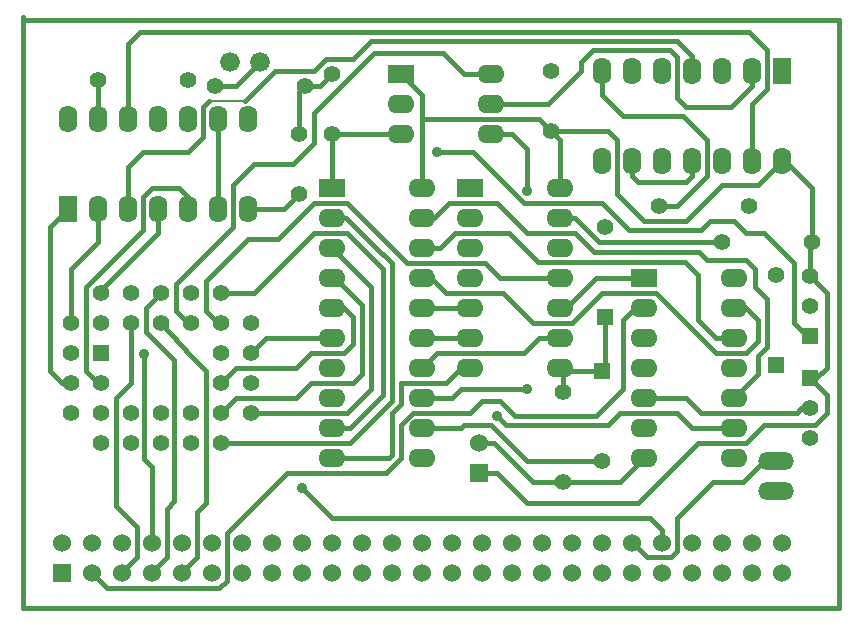
<source format=gtl>
G04 (created by PCBNEW-RS274X (2011-07-08 BZR 3044)-stable) date 03/02/2013 11:15:01*
G01*
G70*
G90*
%MOIN*%
G04 Gerber Fmt 3.4, Leading zero omitted, Abs format*
%FSLAX34Y34*%
G04 APERTURE LIST*
%ADD10C,0.006000*%
%ADD11C,0.015000*%
%ADD12C,0.055000*%
%ADD13R,0.062000X0.090000*%
%ADD14O,0.062000X0.090000*%
%ADD15R,0.055000X0.055000*%
%ADD16R,0.090000X0.062000*%
%ADD17O,0.090000X0.062000*%
%ADD18O,0.118700X0.059300*%
%ADD19C,0.066000*%
%ADD20R,0.060000X0.060000*%
%ADD21C,0.060000*%
%ADD22C,0.035000*%
%ADD23C,0.008000*%
G04 APERTURE END LIST*
G54D10*
G54D11*
X07000Y-08100D02*
X07000Y-08000D01*
X34200Y-08100D02*
X07000Y-08100D01*
X34200Y-27700D02*
X34200Y-08100D01*
X07000Y-27700D02*
X34200Y-27700D01*
X07000Y-08100D02*
X07000Y-27700D01*
G54D12*
X16200Y-11900D03*
X16200Y-13900D03*
X17300Y-09900D03*
X17300Y-11900D03*
X24600Y-11800D03*
X24600Y-09800D03*
G54D13*
X08500Y-14400D03*
G54D14*
X09500Y-14400D03*
X10500Y-14400D03*
X11500Y-14400D03*
X12500Y-14400D03*
X13500Y-14400D03*
X14500Y-14400D03*
X14500Y-11400D03*
X13500Y-11400D03*
X12500Y-11400D03*
X11500Y-11400D03*
X10500Y-11400D03*
X09500Y-11400D03*
X08500Y-11400D03*
G54D12*
X25000Y-20500D03*
X25000Y-23500D03*
G54D15*
X33250Y-20050D03*
G54D12*
X33250Y-21050D03*
X33250Y-22050D03*
G54D15*
X33250Y-18650D03*
G54D12*
X33250Y-17650D03*
X33250Y-16650D03*
X16400Y-10300D03*
X13400Y-10300D03*
X12500Y-10100D03*
X09500Y-10100D03*
X30300Y-15500D03*
X33300Y-15500D03*
G54D16*
X19600Y-09900D03*
G54D17*
X19600Y-10900D03*
X19600Y-11900D03*
X22600Y-11900D03*
X22600Y-10900D03*
X22600Y-09900D03*
G54D16*
X27700Y-16700D03*
G54D17*
X27700Y-17700D03*
X27700Y-18700D03*
X27700Y-19700D03*
X27700Y-20700D03*
X27700Y-21700D03*
X27700Y-22700D03*
X30700Y-22700D03*
X30700Y-21700D03*
X30700Y-20700D03*
X30700Y-19700D03*
X30700Y-18700D03*
X30700Y-17700D03*
X30700Y-16700D03*
G54D15*
X09600Y-19200D03*
G54D12*
X08600Y-20200D03*
X09600Y-20200D03*
X08600Y-21200D03*
X09600Y-22200D03*
X09600Y-21200D03*
X10600Y-22200D03*
X10600Y-21200D03*
X11600Y-22200D03*
X11600Y-21200D03*
X12600Y-22200D03*
X12600Y-21200D03*
X13600Y-22200D03*
X14600Y-21200D03*
X13600Y-21200D03*
X14600Y-20200D03*
X13600Y-20200D03*
X14600Y-19200D03*
X13600Y-19200D03*
X14600Y-18200D03*
X13600Y-17200D03*
X13600Y-18200D03*
X12600Y-17200D03*
X12600Y-18200D03*
X11600Y-17200D03*
X11600Y-18200D03*
X10600Y-17200D03*
X10600Y-18200D03*
X09600Y-18200D03*
X08600Y-19200D03*
X09600Y-17200D03*
X08600Y-18200D03*
G54D13*
X32300Y-09800D03*
G54D14*
X31300Y-09800D03*
X30300Y-09800D03*
X29300Y-09800D03*
X28300Y-09800D03*
X27300Y-09800D03*
X26300Y-09800D03*
X26300Y-12800D03*
X27300Y-12800D03*
X28300Y-12800D03*
X29300Y-12800D03*
X30300Y-12800D03*
X31300Y-12800D03*
X32300Y-12800D03*
G54D16*
X21900Y-13700D03*
G54D17*
X21900Y-14700D03*
X21900Y-15700D03*
X21900Y-16700D03*
X21900Y-17700D03*
X21900Y-18700D03*
X21900Y-19700D03*
X24900Y-19700D03*
X24900Y-18700D03*
X24900Y-17700D03*
X24900Y-16700D03*
X24900Y-15700D03*
X24900Y-14700D03*
X24900Y-13700D03*
G54D16*
X17300Y-13700D03*
G54D17*
X17300Y-14700D03*
X17300Y-15700D03*
X17300Y-16700D03*
X17300Y-17700D03*
X17300Y-18700D03*
X17300Y-19700D03*
X17300Y-20700D03*
X17300Y-21700D03*
X17300Y-22700D03*
X20300Y-22700D03*
X20300Y-21700D03*
X20300Y-20700D03*
X20300Y-19700D03*
X20300Y-18700D03*
X20300Y-17700D03*
X20300Y-16700D03*
X20300Y-15700D03*
X20300Y-14700D03*
X20300Y-13700D03*
G54D18*
X32100Y-22800D03*
X32100Y-23800D03*
G54D19*
X14900Y-09500D03*
X13900Y-09500D03*
G54D12*
X31200Y-14300D03*
X28200Y-14300D03*
G54D20*
X08294Y-26531D03*
G54D21*
X08294Y-25531D03*
X09294Y-26531D03*
X09294Y-25531D03*
X10294Y-26531D03*
X10294Y-25531D03*
X11294Y-26531D03*
X11294Y-25531D03*
X12294Y-26531D03*
X12294Y-25531D03*
X13294Y-26531D03*
X13294Y-25531D03*
X14294Y-26531D03*
X14294Y-25531D03*
X15294Y-26531D03*
X15294Y-25531D03*
X16294Y-26531D03*
X16294Y-25531D03*
X17294Y-26531D03*
X17294Y-25531D03*
X18294Y-26531D03*
X18294Y-25531D03*
X19294Y-26531D03*
X19294Y-25531D03*
X20294Y-26531D03*
X20294Y-25531D03*
X21294Y-26531D03*
X21294Y-25531D03*
X22294Y-26531D03*
X22294Y-25531D03*
X23294Y-26531D03*
X23294Y-25531D03*
X24294Y-26531D03*
X24294Y-25531D03*
X25294Y-26531D03*
X25294Y-25531D03*
X26294Y-26531D03*
X26294Y-25531D03*
X27294Y-26531D03*
X27294Y-25531D03*
X28294Y-26531D03*
X28294Y-25531D03*
X29294Y-26531D03*
X29294Y-25531D03*
X30294Y-26531D03*
X30294Y-25531D03*
X31294Y-26531D03*
X31294Y-25531D03*
X32294Y-26531D03*
X32294Y-25531D03*
G54D20*
X22200Y-23200D03*
G54D21*
X22200Y-22200D03*
G54D15*
X26300Y-19800D03*
G54D12*
X26300Y-22800D03*
G54D15*
X32100Y-19600D03*
G54D12*
X32100Y-16600D03*
G54D15*
X26400Y-18000D03*
G54D12*
X26400Y-15000D03*
G54D22*
X11050Y-19250D03*
X23800Y-20400D03*
X23800Y-13800D03*
X20800Y-12500D03*
X22800Y-21300D03*
X16300Y-23700D03*
G54D11*
X16300Y-14600D02*
X16300Y-14600D01*
X22900Y-16700D02*
X22400Y-16200D01*
X22400Y-16200D02*
X20900Y-16200D01*
X24900Y-16700D02*
X22900Y-16700D01*
X13500Y-18200D02*
X13100Y-17800D01*
X13100Y-17800D02*
X13100Y-16800D01*
X13100Y-16800D02*
X14500Y-15400D01*
X14500Y-15400D02*
X15500Y-15400D01*
X15500Y-15400D02*
X16300Y-14600D01*
X13500Y-18200D02*
X13600Y-18200D01*
X19800Y-16200D02*
X20900Y-16200D01*
X17800Y-14200D02*
X19800Y-16200D01*
X16700Y-14200D02*
X17800Y-14200D01*
X16300Y-14600D02*
X16700Y-14200D01*
X11050Y-22750D02*
X11050Y-19250D01*
X11294Y-25531D02*
X11294Y-22994D01*
X11294Y-22994D02*
X11050Y-22750D01*
X11600Y-17200D02*
X11100Y-17700D01*
X11294Y-26531D02*
X11294Y-26506D01*
X12050Y-19450D02*
X12050Y-24150D01*
X11100Y-17800D02*
X11100Y-18500D01*
X11800Y-26000D02*
X11800Y-24400D01*
X11294Y-26506D02*
X11800Y-26000D01*
X11100Y-18500D02*
X12050Y-19450D01*
X11100Y-17700D02*
X11100Y-17800D01*
X12050Y-24150D02*
X11800Y-24400D01*
X10294Y-26531D02*
X10294Y-26506D01*
X10100Y-20700D02*
X10100Y-24300D01*
X10100Y-24300D02*
X10750Y-24950D01*
X10600Y-20200D02*
X10600Y-18200D01*
X10800Y-25000D02*
X10750Y-24950D01*
X10600Y-20200D02*
X10100Y-20700D01*
X10800Y-26000D02*
X10800Y-25000D01*
X10294Y-26506D02*
X10800Y-26000D01*
X22300Y-20800D02*
X22900Y-20800D01*
X23400Y-21300D02*
X26100Y-21300D01*
X19600Y-21600D02*
X19600Y-22700D01*
X22300Y-20800D02*
X21900Y-21200D01*
X19400Y-22900D02*
X19600Y-22700D01*
X22900Y-20800D02*
X23400Y-21300D01*
X26100Y-21300D02*
X26500Y-20900D01*
X21900Y-21200D02*
X20000Y-21200D01*
X20000Y-21200D02*
X19600Y-21600D01*
X27000Y-20400D02*
X26500Y-20900D01*
X27400Y-17700D02*
X27700Y-17700D01*
X27000Y-18100D02*
X27000Y-20400D01*
X27400Y-17700D02*
X27000Y-18100D01*
G54D23*
X19100Y-23200D02*
X15800Y-23200D01*
X19500Y-22800D02*
X19100Y-23200D01*
G54D11*
X09813Y-27050D02*
X09294Y-26531D01*
X19500Y-22800D02*
X19400Y-22900D01*
X13500Y-27050D02*
X13550Y-27050D01*
X13800Y-25200D02*
X13800Y-26800D01*
X15800Y-23200D02*
X13800Y-25200D01*
X19000Y-23200D02*
X15800Y-23200D01*
X19100Y-23200D02*
X19000Y-23200D01*
X19400Y-22900D02*
X19100Y-23200D01*
X13550Y-27050D02*
X13800Y-26800D01*
X13500Y-27050D02*
X09813Y-27050D01*
X13100Y-19800D02*
X13100Y-24200D01*
X12294Y-26506D02*
X12800Y-26000D01*
X12800Y-24500D02*
X13100Y-24200D01*
X12800Y-26000D02*
X12800Y-24500D01*
X12294Y-26531D02*
X12294Y-26506D01*
X12600Y-19300D02*
X13100Y-19800D01*
X11600Y-18200D02*
X12600Y-19300D01*
X27800Y-26000D02*
X28600Y-26000D01*
X27294Y-25531D02*
X27331Y-25531D01*
X30000Y-23500D02*
X31000Y-23500D01*
X28600Y-26000D02*
X28800Y-25800D01*
X31000Y-23500D02*
X31700Y-22800D01*
X28800Y-24700D02*
X30000Y-23500D01*
X28800Y-25800D02*
X28800Y-24700D01*
X27331Y-25531D02*
X27800Y-26000D01*
X31700Y-22800D02*
X32100Y-22800D01*
X19297Y-17003D02*
X19297Y-17000D01*
X19297Y-16197D02*
X19000Y-15900D01*
X17800Y-22200D02*
X13600Y-22200D01*
X17300Y-14700D02*
X17768Y-14700D01*
X19000Y-15932D02*
X17768Y-14700D01*
X19297Y-20803D02*
X19297Y-17003D01*
X19297Y-17000D02*
X19297Y-16197D01*
X17900Y-22200D02*
X19297Y-20803D01*
X19000Y-15900D02*
X19000Y-15932D01*
X17800Y-22200D02*
X17900Y-22200D01*
X17900Y-21100D02*
X18600Y-20400D01*
X17800Y-21200D02*
X17900Y-21100D01*
X17300Y-15700D02*
X18000Y-16400D01*
X18000Y-16400D02*
X18000Y-16400D01*
X18600Y-20400D02*
X18600Y-17000D01*
X14600Y-21200D02*
X17800Y-21200D01*
X18000Y-16400D02*
X18600Y-17000D01*
X16600Y-20200D02*
X16100Y-20700D01*
X18000Y-20200D02*
X18300Y-19900D01*
X18000Y-20200D02*
X16600Y-20200D01*
X17300Y-16700D02*
X17400Y-16700D01*
X14100Y-20700D02*
X13600Y-21200D01*
X17400Y-16700D02*
X18300Y-17600D01*
X16100Y-20700D02*
X14100Y-20700D01*
X18300Y-19900D02*
X18300Y-17600D01*
X18000Y-18000D02*
X18000Y-18900D01*
X14100Y-19700D02*
X13600Y-20200D01*
X18000Y-18900D02*
X17700Y-19200D01*
X17300Y-17700D02*
X17700Y-17700D01*
X17700Y-17700D02*
X18000Y-18000D01*
X16100Y-19700D02*
X14100Y-19700D01*
X17700Y-19200D02*
X16600Y-19200D01*
X16600Y-19200D02*
X16100Y-19700D01*
X17300Y-18700D02*
X15100Y-18700D01*
X15100Y-18700D02*
X14600Y-19200D01*
X19000Y-16400D02*
X18700Y-16100D01*
X16700Y-15200D02*
X16300Y-15600D01*
X18700Y-16100D02*
X18700Y-16100D01*
X16300Y-15600D02*
X14700Y-17200D01*
X17800Y-15200D02*
X16700Y-15200D01*
X18300Y-15700D02*
X18700Y-16100D01*
G54D23*
X16300Y-15600D02*
X16300Y-15600D01*
G54D11*
X13600Y-17200D02*
X14700Y-17200D01*
X17900Y-21700D02*
X19000Y-20600D01*
X17300Y-21700D02*
X17900Y-21700D01*
X17800Y-15200D02*
X18300Y-15700D01*
X19000Y-20600D02*
X19000Y-16400D01*
X22800Y-14200D02*
X23800Y-15200D01*
X21200Y-14200D02*
X22800Y-14200D01*
X31500Y-19900D02*
X31500Y-19300D01*
X31300Y-20100D02*
X31500Y-19900D01*
X31100Y-16100D02*
X30800Y-16100D01*
X20300Y-14700D02*
X20700Y-14700D01*
X25400Y-15200D02*
X26050Y-15850D01*
X23800Y-15200D02*
X24600Y-15200D01*
X31500Y-19300D02*
X31800Y-19000D01*
X29550Y-15850D02*
X26050Y-15850D01*
X29800Y-16100D02*
X29550Y-15850D01*
X30800Y-16100D02*
X29800Y-16100D01*
X31400Y-17000D02*
X31400Y-16400D01*
X31800Y-17400D02*
X31400Y-17000D01*
X31800Y-19000D02*
X31800Y-17400D01*
X31300Y-20100D02*
X31400Y-20000D01*
X31200Y-20200D02*
X30700Y-20700D01*
X31200Y-20200D02*
X31300Y-20100D01*
X20700Y-14700D02*
X21200Y-14200D01*
X09600Y-17100D02*
X11500Y-15200D01*
X09600Y-17200D02*
X09600Y-17100D01*
X11500Y-14400D02*
X11500Y-15200D01*
X24600Y-15200D02*
X25400Y-15200D01*
X31400Y-16400D02*
X31100Y-16100D01*
X30700Y-18700D02*
X30100Y-18700D01*
X29082Y-16182D02*
X28182Y-16182D01*
X29500Y-16600D02*
X29082Y-16182D01*
X29500Y-18100D02*
X29500Y-16600D01*
X30100Y-18700D02*
X29500Y-18100D01*
X21400Y-15200D02*
X23200Y-15200D01*
X20300Y-15700D02*
X20900Y-15700D01*
X24182Y-16182D02*
X28182Y-16182D01*
X20900Y-15700D02*
X21400Y-15200D01*
X23200Y-15200D02*
X24182Y-16182D01*
X20550Y-15750D02*
X20300Y-15700D01*
X09600Y-20200D02*
X09500Y-20200D01*
X10500Y-15600D02*
X09100Y-17000D01*
X09500Y-20200D02*
X09100Y-19800D01*
X09100Y-19800D02*
X09100Y-17000D01*
X10500Y-15600D02*
X11000Y-15100D01*
X11300Y-13700D02*
X11000Y-14000D01*
X11000Y-15100D02*
X11000Y-14000D01*
X12500Y-14000D02*
X12200Y-13700D01*
X12200Y-13700D02*
X11300Y-13700D01*
X12500Y-14400D02*
X12500Y-14000D01*
G54D23*
X10500Y-15600D02*
X10500Y-15600D01*
G54D11*
X25900Y-17600D02*
X26300Y-17200D01*
X20300Y-16700D02*
X20600Y-16700D01*
X31100Y-17700D02*
X31500Y-18100D01*
X26300Y-17200D02*
X28100Y-17200D01*
X28100Y-17200D02*
X28800Y-17900D01*
X31100Y-17700D02*
X30700Y-17700D01*
X30100Y-19200D02*
X28800Y-17900D01*
X31100Y-19200D02*
X30100Y-19200D01*
X31500Y-18800D02*
X31100Y-19200D01*
X31500Y-18100D02*
X31500Y-18800D01*
X25300Y-18200D02*
X25900Y-17600D01*
X24000Y-18200D02*
X25300Y-18200D01*
X23000Y-17200D02*
X24000Y-18200D01*
X21100Y-17200D02*
X23000Y-17200D01*
X20600Y-16700D02*
X21100Y-17200D01*
X08600Y-20200D02*
X08300Y-20200D01*
X08300Y-20200D02*
X07900Y-19800D01*
X07900Y-19800D02*
X07900Y-18000D01*
G54D23*
X30700Y-17700D02*
X30700Y-17700D01*
G54D11*
X08500Y-14400D02*
X07900Y-15000D01*
X07900Y-15000D02*
X07900Y-18000D01*
G54D23*
X07900Y-18500D02*
X07900Y-18700D01*
X07900Y-19800D02*
X07900Y-18500D01*
G54D11*
X30700Y-17700D02*
X30600Y-17700D01*
G54D23*
X07900Y-18000D02*
X07900Y-18500D01*
G54D11*
X08600Y-18200D02*
X08600Y-16400D01*
X09500Y-14400D02*
X09500Y-15500D01*
X21900Y-17700D02*
X20300Y-17700D01*
X08600Y-16400D02*
X09500Y-15500D01*
X20300Y-18700D02*
X21900Y-18700D01*
X20800Y-19200D02*
X20300Y-19700D01*
X23700Y-19200D02*
X20800Y-19200D01*
X24900Y-18700D02*
X24200Y-18700D01*
X24200Y-18700D02*
X23700Y-19200D01*
X21600Y-20400D02*
X23800Y-20400D01*
X20300Y-20700D02*
X21300Y-20700D01*
X21300Y-20700D02*
X21600Y-20400D01*
X21600Y-20400D02*
X21400Y-20600D01*
X21600Y-21700D02*
X21700Y-21600D01*
X20300Y-21700D02*
X21600Y-21700D01*
X23800Y-22800D02*
X26300Y-22800D01*
X22600Y-21600D02*
X23800Y-22800D01*
X21700Y-21600D02*
X22600Y-21600D01*
X32950Y-21050D02*
X32800Y-21200D01*
X27700Y-20700D02*
X29100Y-20700D01*
X29100Y-20700D02*
X29600Y-21200D01*
X33250Y-21050D02*
X32950Y-21050D01*
X29600Y-21200D02*
X30400Y-21200D01*
X30400Y-21200D02*
X32800Y-21200D01*
X25600Y-09500D02*
X26000Y-09100D01*
X26000Y-09100D02*
X28570Y-09100D01*
X22600Y-10900D02*
X24500Y-10900D01*
X28570Y-09100D02*
X28800Y-09330D01*
X25600Y-09800D02*
X25600Y-09500D01*
X29100Y-11000D02*
X30600Y-11000D01*
X28800Y-09330D02*
X28800Y-10700D01*
X24500Y-10900D02*
X25600Y-09800D01*
X30600Y-11000D02*
X31300Y-10300D01*
X28800Y-10700D02*
X29100Y-11000D01*
X31300Y-10300D02*
X31300Y-09800D01*
X25000Y-23500D02*
X26900Y-23500D01*
X26900Y-23500D02*
X27700Y-22700D01*
X22200Y-22200D02*
X22700Y-22200D01*
X24000Y-23500D02*
X25000Y-23500D01*
X22700Y-22200D02*
X24000Y-23500D01*
X17300Y-11900D02*
X19600Y-11900D01*
X14500Y-14400D02*
X15700Y-14400D01*
X15700Y-14400D02*
X16200Y-13900D01*
X19203Y-22700D02*
X17300Y-22700D01*
X19600Y-20900D02*
X19300Y-21200D01*
X19203Y-22700D02*
X19300Y-22603D01*
X19300Y-22603D02*
X19300Y-21200D01*
X21900Y-19700D02*
X21600Y-19700D01*
X21100Y-20200D02*
X19600Y-20200D01*
X21600Y-19700D02*
X21100Y-20200D01*
X28200Y-14300D02*
X28800Y-14300D01*
X26300Y-10600D02*
X26300Y-09800D01*
X27000Y-11300D02*
X26300Y-10600D01*
X29000Y-11300D02*
X27000Y-11300D01*
X29800Y-12100D02*
X29000Y-11300D01*
X29800Y-13300D02*
X29800Y-12100D01*
X28800Y-14300D02*
X29800Y-13300D01*
X26300Y-09800D02*
X26300Y-10000D01*
X17300Y-13700D02*
X17300Y-11900D01*
X19600Y-20200D02*
X19600Y-20900D01*
X23800Y-13800D02*
X23800Y-12400D01*
X23300Y-11900D02*
X22600Y-11900D01*
X23800Y-12400D02*
X23300Y-11900D01*
X24900Y-14700D02*
X25400Y-14700D01*
X26200Y-15500D02*
X27900Y-15500D01*
X25400Y-14700D02*
X26200Y-15500D01*
X28100Y-15500D02*
X27900Y-15500D01*
X30300Y-15500D02*
X28100Y-15500D01*
X24900Y-17700D02*
X25100Y-17700D01*
X25100Y-17700D02*
X26100Y-16700D01*
X26400Y-16700D02*
X26100Y-16700D01*
X26100Y-16700D02*
X25100Y-17700D01*
X27700Y-16700D02*
X26400Y-16700D01*
X26300Y-19800D02*
X25000Y-19800D01*
X25000Y-19800D02*
X24900Y-19700D01*
X26400Y-18000D02*
X26400Y-19700D01*
X26400Y-19700D02*
X26300Y-19800D01*
X25000Y-19800D02*
X24900Y-19700D01*
X25000Y-20500D02*
X25000Y-19800D01*
X29100Y-13500D02*
X29300Y-13300D01*
X29300Y-13300D02*
X29300Y-12800D01*
X27300Y-13300D02*
X27500Y-13500D01*
X27500Y-13500D02*
X29100Y-13500D01*
X27300Y-12800D02*
X27300Y-13300D01*
X32500Y-16000D02*
X31700Y-15200D01*
X31700Y-15200D02*
X31100Y-15200D01*
X33150Y-18650D02*
X32800Y-18300D01*
X33250Y-18650D02*
X33150Y-18650D01*
X29600Y-15100D02*
X29900Y-14800D01*
X27200Y-15100D02*
X29600Y-15100D01*
X26300Y-14200D02*
X27200Y-15100D01*
X26300Y-14200D02*
X25800Y-14200D01*
X30700Y-14800D02*
X31100Y-15200D01*
X29900Y-14800D02*
X30700Y-14800D01*
X32700Y-18200D02*
X32800Y-18300D01*
X32700Y-16200D02*
X32700Y-18200D01*
X32500Y-16000D02*
X32700Y-16200D01*
X23800Y-14200D02*
X23700Y-14200D01*
X20800Y-12500D02*
X21800Y-12500D01*
X21800Y-12500D02*
X22000Y-12500D01*
X24500Y-14200D02*
X25300Y-14200D01*
X24500Y-14200D02*
X23800Y-14200D01*
X25800Y-14200D02*
X25800Y-14200D01*
X25300Y-14200D02*
X25800Y-14200D01*
X22600Y-13100D02*
X22000Y-12500D01*
X22600Y-13100D02*
X22600Y-13100D01*
X23700Y-14200D02*
X22600Y-13100D01*
X13500Y-14400D02*
X13500Y-11400D01*
X22800Y-21300D02*
X22800Y-21300D01*
X28800Y-21200D02*
X29300Y-21700D01*
X26900Y-21200D02*
X28800Y-21200D01*
X26500Y-21600D02*
X26900Y-21200D01*
X23100Y-21600D02*
X26500Y-21600D01*
X22800Y-21300D02*
X23100Y-21600D01*
X29300Y-21700D02*
X30700Y-21700D01*
X13000Y-12000D02*
X13000Y-11000D01*
X12500Y-12500D02*
X13000Y-12000D01*
X16700Y-09800D02*
X15400Y-09800D01*
X17900Y-09400D02*
X17100Y-09400D01*
X18000Y-09400D02*
X18600Y-08800D01*
X28800Y-08800D02*
X18600Y-08800D01*
G54D23*
X13200Y-10800D02*
X14400Y-10800D01*
G54D11*
X11000Y-12500D02*
X12500Y-12500D01*
X10500Y-14400D02*
X10500Y-13000D01*
G54D23*
X10500Y-14000D02*
X10500Y-14400D01*
G54D11*
X14400Y-10800D02*
X15400Y-09800D01*
X29300Y-09300D02*
X28800Y-08800D01*
X29300Y-09800D02*
X29300Y-09300D01*
X17900Y-09400D02*
X18000Y-09400D01*
X17100Y-09400D02*
X16700Y-09800D01*
X10500Y-13000D02*
X11000Y-12500D01*
X13000Y-11000D02*
X13200Y-10800D01*
X09500Y-11400D02*
X09500Y-10100D01*
G54D23*
X09500Y-11400D02*
X09500Y-10700D01*
G54D11*
X13400Y-10300D02*
X14100Y-10300D01*
X14100Y-10300D02*
X14900Y-09500D01*
X12500Y-18200D02*
X12100Y-17800D01*
X22600Y-09900D02*
X21700Y-09900D01*
X21700Y-09900D02*
X21000Y-09200D01*
X21000Y-09200D02*
X18700Y-09200D01*
X18700Y-09200D02*
X16700Y-11200D01*
X16700Y-11200D02*
X16700Y-12200D01*
X16700Y-12200D02*
X16000Y-12900D01*
X27900Y-24700D02*
X17300Y-24700D01*
X17300Y-24700D02*
X16300Y-23700D01*
X28294Y-25094D02*
X28294Y-25531D01*
X12100Y-17800D02*
X12100Y-16900D01*
X28294Y-25094D02*
X27900Y-24700D01*
X14000Y-15000D02*
X14000Y-13600D01*
X14000Y-13600D02*
X14700Y-12900D01*
X14700Y-12900D02*
X16000Y-12900D01*
X12600Y-18200D02*
X12500Y-18200D01*
X12100Y-16900D02*
X14000Y-15000D01*
X27700Y-14800D02*
X29100Y-14800D01*
X27700Y-14800D02*
X26800Y-13900D01*
X26800Y-13900D02*
X26800Y-13600D01*
X26500Y-11800D02*
X26800Y-12100D01*
X26800Y-13600D02*
X26800Y-12100D01*
X31500Y-13600D02*
X32300Y-12800D01*
X30300Y-13600D02*
X31500Y-13600D01*
X29100Y-14800D02*
X30300Y-13600D01*
X22200Y-23200D02*
X22750Y-23200D01*
X33800Y-20600D02*
X33250Y-20050D01*
X33800Y-20800D02*
X33800Y-20600D01*
X22800Y-23200D02*
X23800Y-24200D01*
X23800Y-24200D02*
X27500Y-24200D01*
X22750Y-23200D02*
X22800Y-23200D01*
X29500Y-22200D02*
X27500Y-24200D01*
X33800Y-21200D02*
X33400Y-21600D01*
X33400Y-21600D02*
X31700Y-21600D01*
X31700Y-21600D02*
X31100Y-22200D01*
X31100Y-22200D02*
X29500Y-22200D01*
X33800Y-20800D02*
X33800Y-21200D01*
X24600Y-11800D02*
X24200Y-11400D01*
X24200Y-11400D02*
X20300Y-11400D01*
X20300Y-13700D02*
X20300Y-11400D01*
X20300Y-11400D02*
X20300Y-10600D01*
X20300Y-10600D02*
X19600Y-09900D01*
X24900Y-13700D02*
X24900Y-12100D01*
X24900Y-12100D02*
X24600Y-11800D01*
X16400Y-10300D02*
X16900Y-10300D01*
X16900Y-10300D02*
X17300Y-09900D01*
X16200Y-11900D02*
X16200Y-10500D01*
X16200Y-10500D02*
X16400Y-10300D01*
X24600Y-11800D02*
X26500Y-11800D01*
G54D23*
X25200Y-11800D02*
X26500Y-11800D01*
G54D11*
X32300Y-12800D02*
X32400Y-12800D01*
X33300Y-15500D02*
X33300Y-14800D01*
X32400Y-12800D02*
X33300Y-13700D01*
X33300Y-14800D02*
X33300Y-14700D01*
X33300Y-14700D02*
X33300Y-13700D01*
X33250Y-16650D02*
X33250Y-15550D01*
X33250Y-15550D02*
X33300Y-15500D01*
X33250Y-20050D02*
X33450Y-20050D01*
X33800Y-17200D02*
X33250Y-16650D01*
X33800Y-19700D02*
X33800Y-17200D01*
X33450Y-20050D02*
X33800Y-19700D01*
G54D23*
X33250Y-16650D02*
X33150Y-16650D01*
G54D11*
X31300Y-10900D02*
X31800Y-10400D01*
X10500Y-11400D02*
X10500Y-08900D01*
X31300Y-10900D02*
X31300Y-12800D01*
X10900Y-08500D02*
X10500Y-08900D01*
X31200Y-08500D02*
X10900Y-08500D01*
X31800Y-09100D02*
X31200Y-08500D01*
X31800Y-10400D02*
X31800Y-09100D01*
G54D23*
X31300Y-12800D02*
X31300Y-12200D01*
X10500Y-11400D02*
X10500Y-10900D01*
M02*

</source>
